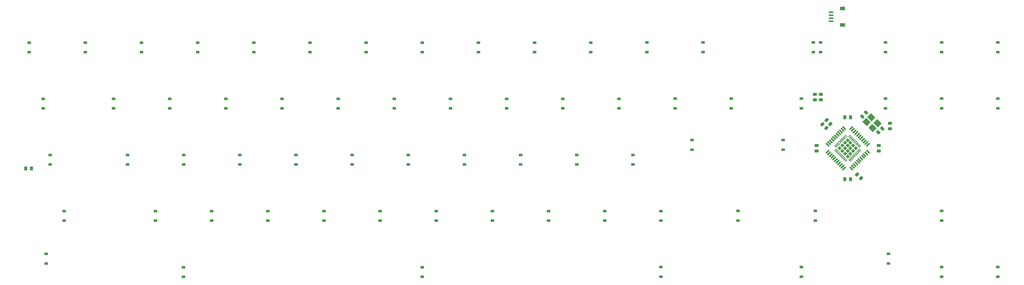
<source format=gbr>
%TF.GenerationSoftware,KiCad,Pcbnew,(5.99.0-12118-g897269f33f)*%
%TF.CreationDate,2021-10-27T19:42:23-04:00*%
%TF.ProjectId,latte,6c617474-652e-46b6-9963-61645f706362,rev?*%
%TF.SameCoordinates,Original*%
%TF.FileFunction,Paste,Bot*%
%TF.FilePolarity,Positive*%
%FSLAX46Y46*%
G04 Gerber Fmt 4.6, Leading zero omitted, Abs format (unit mm)*
G04 Created by KiCad (PCBNEW (5.99.0-12118-g897269f33f)) date 2021-10-27 19:42:23*
%MOMM*%
%LPD*%
G01*
G04 APERTURE LIST*
G04 Aperture macros list*
%AMRoundRect*
0 Rectangle with rounded corners*
0 $1 Rounding radius*
0 $2 $3 $4 $5 $6 $7 $8 $9 X,Y pos of 4 corners*
0 Add a 4 corners polygon primitive as box body*
4,1,4,$2,$3,$4,$5,$6,$7,$8,$9,$2,$3,0*
0 Add four circle primitives for the rounded corners*
1,1,$1+$1,$2,$3*
1,1,$1+$1,$4,$5*
1,1,$1+$1,$6,$7*
1,1,$1+$1,$8,$9*
0 Add four rect primitives between the rounded corners*
20,1,$1+$1,$2,$3,$4,$5,0*
20,1,$1+$1,$4,$5,$6,$7,0*
20,1,$1+$1,$6,$7,$8,$9,0*
20,1,$1+$1,$8,$9,$2,$3,0*%
%AMRotRect*
0 Rectangle, with rotation*
0 The origin of the aperture is its center*
0 $1 length*
0 $2 width*
0 $3 Rotation angle, in degrees counterclockwise*
0 Add horizontal line*
21,1,$1,$2,0,0,$3*%
G04 Aperture macros list end*
%ADD10R,1.200000X0.900000*%
%ADD11RoundRect,0.243750X0.494975X0.150260X0.150260X0.494975X-0.494975X-0.150260X-0.150260X-0.494975X0*%
%ADD12RoundRect,0.243750X-0.456250X0.243750X-0.456250X-0.243750X0.456250X-0.243750X0.456250X0.243750X0*%
%ADD13RoundRect,0.243750X0.456250X-0.243750X0.456250X0.243750X-0.456250X0.243750X-0.456250X-0.243750X0*%
%ADD14R,1.550000X0.600000*%
%ADD15R,1.800000X1.200000*%
%ADD16RotRect,2.100000X1.800000X315.000000*%
%ADD17RoundRect,0.243750X0.243750X0.456250X-0.243750X0.456250X-0.243750X-0.456250X0.243750X-0.456250X0*%
%ADD18RoundRect,0.062500X-0.380070X-0.291682X-0.291682X-0.380070X0.380070X0.291682X0.291682X0.380070X0*%
%ADD19RoundRect,0.062500X-0.380070X0.291682X0.291682X-0.380070X0.380070X-0.291682X-0.291682X0.380070X0*%
%ADD20RoundRect,0.250000X-0.388909X0.000000X0.000000X-0.388909X0.388909X0.000000X0.000000X0.388909X0*%
%ADD21RotRect,1.500000X0.550000X225.000000*%
%ADD22RotRect,1.500000X0.550000X315.000000*%
%ADD23RoundRect,0.243750X-0.243750X-0.456250X0.243750X-0.456250X0.243750X0.456250X-0.243750X0.456250X0*%
%ADD24RoundRect,0.243750X-0.150260X0.494975X-0.494975X0.150260X0.150260X-0.494975X0.494975X-0.150260X0*%
%ADD25RoundRect,0.243750X0.150260X-0.494975X0.494975X-0.150260X-0.150260X0.494975X-0.494975X0.150260X0*%
G04 APERTURE END LIST*
D10*
%TO.C,D47*%
X221350000Y-99450000D03*
X221350000Y-102750000D03*
%TD*%
%TO.C,D16*%
X287000000Y-66325000D03*
X287000000Y-69625000D03*
%TD*%
D11*
%TO.C,C1*%
X266887913Y-95412913D03*
X265562087Y-94087087D03*
%TD*%
D12*
%TO.C,R4*%
X263050000Y-83912500D03*
X263050000Y-85787500D03*
%TD*%
D10*
%TO.C,D2*%
X15550000Y-66375000D03*
X15550000Y-69675000D03*
%TD*%
D12*
%TO.C,C5*%
X263625000Y-101312500D03*
X263625000Y-103187500D03*
%TD*%
D10*
%TO.C,D56*%
X153625000Y-123525000D03*
X153625000Y-126825000D03*
%TD*%
%TO.C,D23*%
X82225000Y-85425000D03*
X82225000Y-88725000D03*
%TD*%
D13*
%TO.C,C3*%
X284675000Y-103187500D03*
X284675000Y-101312500D03*
%TD*%
D10*
%TO.C,D31*%
X234625000Y-85400000D03*
X234625000Y-88700000D03*
%TD*%
%TO.C,D20*%
X25075000Y-85425000D03*
X25075000Y-88725000D03*
%TD*%
%TO.C,D25*%
X120325000Y-85425000D03*
X120325000Y-88725000D03*
%TD*%
%TO.C,D67*%
X258412125Y-142550000D03*
X258412125Y-145850000D03*
%TD*%
%TO.C,D51*%
X58375000Y-123525000D03*
X58375000Y-126825000D03*
%TD*%
%TO.C,D27*%
X158425000Y-85425000D03*
X158425000Y-88725000D03*
%TD*%
%TO.C,D15*%
X264975000Y-66325000D03*
X264975000Y-69625000D03*
%TD*%
%TO.C,D19*%
X1250000Y-85425000D03*
X1250000Y-88725000D03*
%TD*%
D14*
%TO.C,J1*%
X268500000Y-58125000D03*
X268500000Y-59125000D03*
X268500000Y-57125000D03*
X268500000Y-56125000D03*
D15*
X272375000Y-54825000D03*
X272375000Y-60425000D03*
%TD*%
D10*
%TO.C,D9*%
X148900000Y-66375000D03*
X148900000Y-69675000D03*
%TD*%
%TO.C,D36*%
X3625000Y-104475000D03*
X3625000Y-107775000D03*
%TD*%
%TO.C,D8*%
X129850000Y-66375000D03*
X129850000Y-69675000D03*
%TD*%
D16*
%TO.C,Y1*%
X282182468Y-91731122D03*
X284233078Y-93781732D03*
X282606732Y-95408078D03*
X280556122Y-93357468D03*
%TD*%
D10*
%TO.C,D38*%
X48875000Y-104475000D03*
X48875000Y-107775000D03*
%TD*%
D17*
%TO.C,C4*%
X275087500Y-112750000D03*
X273212500Y-112750000D03*
%TD*%
D10*
%TO.C,D28*%
X177475000Y-85425000D03*
X177475000Y-88725000D03*
%TD*%
%TO.C,D21*%
X44125000Y-85425000D03*
X44125000Y-88725000D03*
%TD*%
%TO.C,D37*%
X29825000Y-104475000D03*
X29825000Y-107775000D03*
%TD*%
%TO.C,D33*%
X287000000Y-85375000D03*
X287000000Y-88675000D03*
%TD*%
%TO.C,D55*%
X134575000Y-123525000D03*
X134575000Y-126825000D03*
%TD*%
%TO.C,D13*%
X225100000Y-66350000D03*
X225100000Y-69650000D03*
%TD*%
%TO.C,D35*%
X325100000Y-85375000D03*
X325100000Y-88675000D03*
%TD*%
%TO.C,D6*%
X91750000Y-66375000D03*
X91750000Y-69675000D03*
%TD*%
%TO.C,D44*%
X163200000Y-104475000D03*
X163200000Y-107775000D03*
%TD*%
%TO.C,D26*%
X139375000Y-85425000D03*
X139375000Y-88725000D03*
%TD*%
%TO.C,D12*%
X206050000Y-66350000D03*
X206050000Y-69650000D03*
%TD*%
%TO.C,D49*%
X8375000Y-123525000D03*
X8375000Y-126825000D03*
%TD*%
%TO.C,D10*%
X167950000Y-66375000D03*
X167950000Y-69675000D03*
%TD*%
D18*
%TO.C,U1*%
X270028580Y-102835886D03*
X270382133Y-103189439D03*
X270735687Y-103542993D03*
X271089240Y-103896546D03*
X271442794Y-104250100D03*
X271796347Y-104603653D03*
X272149900Y-104957206D03*
X272503454Y-105310760D03*
X272882109Y-105639211D03*
X273210561Y-106017867D03*
X273564114Y-106371420D03*
D19*
X274748518Y-106371420D03*
X275102071Y-106017867D03*
X275455625Y-105664313D03*
X275809178Y-105310760D03*
X276162731Y-104957206D03*
X276516285Y-104603653D03*
X276869838Y-104250100D03*
X277223392Y-103896546D03*
X277576945Y-103542993D03*
X277930498Y-103189439D03*
X278284052Y-102835886D03*
D18*
X278284052Y-101651482D03*
X277930498Y-101297929D03*
X277576945Y-100944375D03*
X277223392Y-100590822D03*
X276869838Y-100237269D03*
X276516285Y-99883715D03*
X276162731Y-99530162D03*
X275809178Y-99176608D03*
X275455625Y-98823055D03*
X275102071Y-98469502D03*
X274748518Y-98115948D03*
D19*
X273564114Y-98115948D03*
X273210561Y-98469502D03*
X272857007Y-98823055D03*
X272503454Y-99176608D03*
X272149900Y-99530162D03*
X271796347Y-99883715D03*
X271442794Y-100237269D03*
X271089240Y-100590822D03*
X270735687Y-100944375D03*
X270382133Y-101297929D03*
X270028580Y-101651482D03*
D20*
X276914032Y-102243684D03*
X275994794Y-103162923D03*
X275075555Y-104082162D03*
X274156316Y-105001401D03*
X275994794Y-101324445D03*
X275075555Y-102243684D03*
X274156316Y-103162923D03*
X273237077Y-104082162D03*
X275075555Y-100405206D03*
X274156316Y-101324445D03*
X273237077Y-102243684D03*
X272317838Y-103162923D03*
X274156316Y-99485968D03*
X273237077Y-100405206D03*
X272317838Y-101324445D03*
X271398599Y-102243684D03*
D21*
X267297380Y-103445766D03*
X267863066Y-104011451D03*
X268428751Y-104577136D03*
X268994436Y-105142822D03*
X269560122Y-105708507D03*
X270125807Y-106274193D03*
X270691493Y-106839878D03*
X271257178Y-107405564D03*
X271822864Y-107971249D03*
X272388549Y-108536934D03*
X272954234Y-109102620D03*
D22*
X275358397Y-109102620D03*
X275924083Y-108536934D03*
X276489768Y-107971249D03*
X277055454Y-107405564D03*
X277621139Y-106839878D03*
X278186825Y-106274193D03*
X278752510Y-105708507D03*
X279318195Y-105142822D03*
X279883881Y-104577136D03*
X280449566Y-104011451D03*
X281015252Y-103445766D03*
D21*
X281015252Y-101041603D03*
X280449566Y-100475917D03*
X279883881Y-99910232D03*
X279318195Y-99344546D03*
X278752510Y-98778861D03*
X278186825Y-98213175D03*
X277621139Y-97647490D03*
X277055454Y-97081805D03*
X276489768Y-96516119D03*
X275924083Y-95950434D03*
X275358397Y-95384748D03*
D22*
X272954234Y-95384748D03*
X272388549Y-95950434D03*
X271822864Y-96516119D03*
X271257178Y-97081805D03*
X270691493Y-97647490D03*
X270125807Y-98213175D03*
X269560122Y-98778861D03*
X268994436Y-99344546D03*
X268428751Y-99910232D03*
X267863066Y-100475917D03*
X267297380Y-101041603D03*
%TD*%
D10*
%TO.C,D69*%
X306050000Y-142525000D03*
X306050000Y-145825000D03*
%TD*%
%TO.C,D61*%
X263175000Y-123500000D03*
X263175000Y-126800000D03*
%TD*%
%TO.C,D4*%
X53650000Y-66375000D03*
X53650000Y-69675000D03*
%TD*%
%TO.C,D66*%
X210787125Y-142550000D03*
X210787125Y-145850000D03*
%TD*%
%TO.C,D18*%
X325100000Y-66325000D03*
X325100000Y-69625000D03*
%TD*%
D12*
%TO.C,R3*%
X265025000Y-83912500D03*
X265025000Y-85787500D03*
%TD*%
D10*
%TO.C,D34*%
X306050000Y-85375000D03*
X306050000Y-88675000D03*
%TD*%
%TO.C,D24*%
X101275000Y-85425000D03*
X101275000Y-88725000D03*
%TD*%
%TO.C,D5*%
X72700000Y-66375000D03*
X72700000Y-69675000D03*
%TD*%
D17*
%TO.C,R2*%
X-2787500Y-109075000D03*
X-4662500Y-109075000D03*
%TD*%
D10*
%TO.C,D43*%
X144150000Y-104475000D03*
X144150000Y-107775000D03*
%TD*%
%TO.C,D59*%
X210775000Y-123525000D03*
X210775000Y-126825000D03*
%TD*%
%TO.C,D45*%
X182250000Y-104475000D03*
X182250000Y-107775000D03*
%TD*%
%TO.C,D70*%
X325100000Y-142525000D03*
X325100000Y-145825000D03*
%TD*%
D23*
%TO.C,C2*%
X273212500Y-91700000D03*
X275087500Y-91700000D03*
%TD*%
D10*
%TO.C,D46*%
X201300000Y-104475000D03*
X201300000Y-107775000D03*
%TD*%
D13*
%TO.C,R1*%
X288500000Y-95625000D03*
X288500000Y-93750000D03*
%TD*%
D10*
%TO.C,D22*%
X63175000Y-85425000D03*
X63175000Y-88725000D03*
%TD*%
%TO.C,D30*%
X215575000Y-85400000D03*
X215575000Y-88700000D03*
%TD*%
D11*
%TO.C,R5*%
X278687913Y-112412913D03*
X277362087Y-111087087D03*
%TD*%
D10*
%TO.C,D62*%
X306050000Y-123475000D03*
X306050000Y-126775000D03*
%TD*%
%TO.C,D42*%
X125075000Y-104475000D03*
X125075000Y-107775000D03*
%TD*%
%TO.C,D50*%
X39325000Y-123525000D03*
X39325000Y-126825000D03*
%TD*%
%TO.C,D53*%
X96475000Y-123525000D03*
X96475000Y-126825000D03*
%TD*%
%TO.C,D14*%
X262475000Y-66325000D03*
X262475000Y-69625000D03*
%TD*%
%TO.C,D64*%
X48850000Y-142575000D03*
X48850000Y-145875000D03*
%TD*%
%TO.C,D1*%
X-3500000Y-66375000D03*
X-3500000Y-69675000D03*
%TD*%
%TO.C,D52*%
X77425000Y-123525000D03*
X77425000Y-126825000D03*
%TD*%
D24*
%TO.C,C7*%
X285837913Y-95512087D03*
X284512087Y-96837913D03*
%TD*%
D10*
%TO.C,D7*%
X110800000Y-66375000D03*
X110800000Y-69675000D03*
%TD*%
D25*
%TO.C,C6*%
X279081687Y-91457513D03*
X280407513Y-90131687D03*
%TD*%
D10*
%TO.C,D32*%
X258425000Y-85400000D03*
X258425000Y-88700000D03*
%TD*%
%TO.C,D63*%
X2225000Y-138075000D03*
X2225000Y-141375000D03*
%TD*%
%TO.C,D58*%
X191725000Y-123525000D03*
X191725000Y-126825000D03*
%TD*%
%TO.C,D57*%
X172675000Y-123525000D03*
X172675000Y-126825000D03*
%TD*%
%TO.C,D65*%
X129812500Y-142575000D03*
X129812500Y-145875000D03*
%TD*%
%TO.C,D68*%
X288000000Y-138025000D03*
X288000000Y-141325000D03*
%TD*%
%TO.C,D60*%
X236975000Y-123500000D03*
X236975000Y-126800000D03*
%TD*%
%TO.C,D17*%
X306050000Y-66325000D03*
X306050000Y-69625000D03*
%TD*%
%TO.C,D39*%
X67925000Y-104475000D03*
X67925000Y-107775000D03*
%TD*%
%TO.C,D11*%
X187000000Y-66375000D03*
X187000000Y-69675000D03*
%TD*%
%TO.C,D3*%
X34600000Y-66375000D03*
X34600000Y-69675000D03*
%TD*%
%TO.C,D48*%
X252300000Y-99450000D03*
X252300000Y-102750000D03*
%TD*%
D11*
%TO.C,C8*%
X268287913Y-94012913D03*
X266962087Y-92687087D03*
%TD*%
D10*
%TO.C,D54*%
X115525000Y-123525000D03*
X115525000Y-126825000D03*
%TD*%
%TO.C,D41*%
X106025000Y-104475000D03*
X106025000Y-107775000D03*
%TD*%
%TO.C,D29*%
X196525000Y-85425000D03*
X196525000Y-88725000D03*
%TD*%
%TO.C,D40*%
X86975000Y-104475000D03*
X86975000Y-107775000D03*
%TD*%
M02*

</source>
